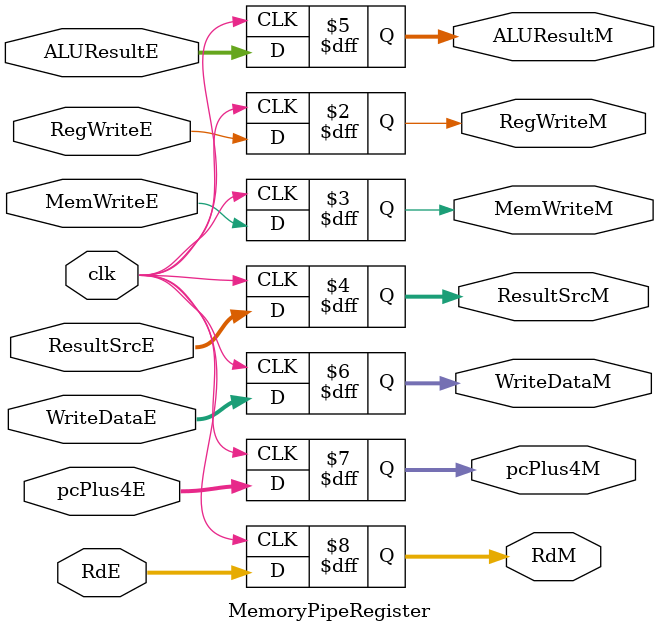
<source format=v>
module MemoryPipeRegister
(
  input clk, RegWriteE, MemWriteE,
  input [7:0] ALUResultE, WriteDataE, pcPlus4E,
  input [1:0] ResultSrcE,
  input [2:0] RdE,
  output reg RegWriteM, MemWriteM,
  output reg [1:0] ResultSrcM,
  output reg [7:0] ALUResultM, WriteDataM, pcPlus4M,
  output reg [2:0] RdM
);
  
  always@(posedge clk)
    begin
      RegWriteM <= RegWriteE;
      MemWriteM <= MemWriteE;
      ResultSrcM <= ResultSrcE;
      ALUResultM <= ALUResultE;
      WriteDataM <= WriteDataE;
      pcPlus4M <= pcPlus4E;
      RdM <= RdE;
    end
  
endmodule
</source>
